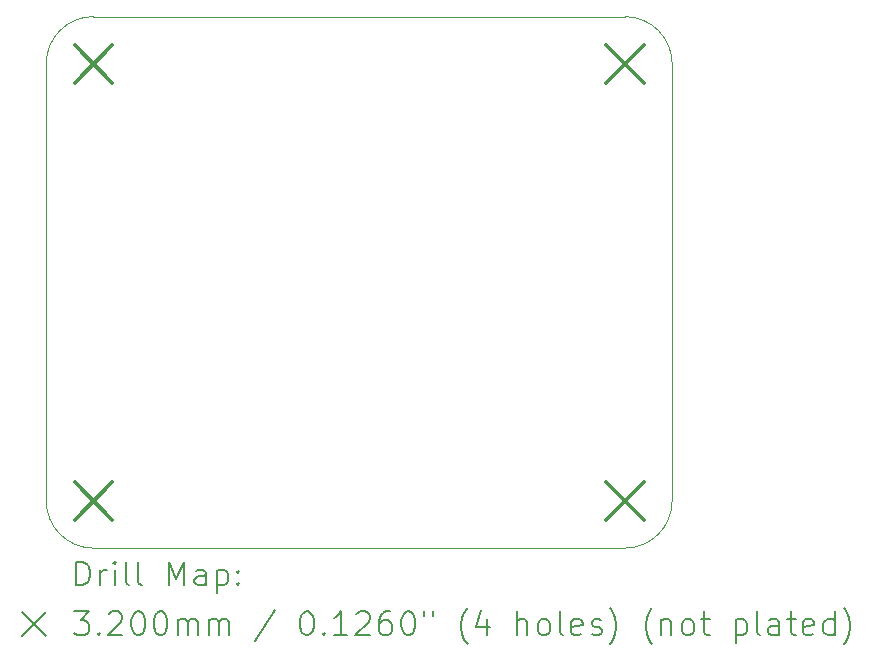
<source format=gbr>
%TF.GenerationSoftware,KiCad,Pcbnew,7.0.8*%
%TF.CreationDate,2023-12-02T16:40:04-07:00*%
%TF.ProjectId,IMUBox,494d5542-6f78-42e6-9b69-6361645f7063,v2*%
%TF.SameCoordinates,Original*%
%TF.FileFunction,Drillmap*%
%TF.FilePolarity,Positive*%
%FSLAX45Y45*%
G04 Gerber Fmt 4.5, Leading zero omitted, Abs format (unit mm)*
G04 Created by KiCad (PCBNEW 7.0.8) date 2023-12-02 16:40:04*
%MOMM*%
%LPD*%
G01*
G04 APERTURE LIST*
%ADD10C,0.100000*%
%ADD11C,0.200000*%
%ADD12C,0.320000*%
G04 APERTURE END LIST*
D10*
X11400000Y-7900000D02*
X15900000Y-7900000D01*
X15900000Y-7900000D02*
G75*
G03*
X16300000Y-7500000I0J400000D01*
G01*
X16300000Y-7500000D02*
X16300000Y-3800000D01*
X11000000Y-7500000D02*
G75*
G03*
X11400000Y-7900000I400000J0D01*
G01*
X11400000Y-3400000D02*
G75*
G03*
X11000000Y-3800000I0J-400000D01*
G01*
X11000000Y-3800000D02*
X11000000Y-7500000D01*
X16300000Y-3800000D02*
G75*
G03*
X15900000Y-3400000I-400000J0D01*
G01*
X11400000Y-3400000D02*
X15900000Y-3400000D01*
D11*
D12*
X11240000Y-3640000D02*
X11560000Y-3960000D01*
X11560000Y-3640000D02*
X11240000Y-3960000D01*
X11240000Y-7340000D02*
X11560000Y-7660000D01*
X11560000Y-7340000D02*
X11240000Y-7660000D01*
X15740000Y-3640000D02*
X16060000Y-3960000D01*
X16060000Y-3640000D02*
X15740000Y-3960000D01*
X15740000Y-7340000D02*
X16060000Y-7660000D01*
X16060000Y-7340000D02*
X15740000Y-7660000D01*
D11*
X11255777Y-8216484D02*
X11255777Y-8016484D01*
X11255777Y-8016484D02*
X11303396Y-8016484D01*
X11303396Y-8016484D02*
X11331967Y-8026008D01*
X11331967Y-8026008D02*
X11351015Y-8045055D01*
X11351015Y-8045055D02*
X11360539Y-8064103D01*
X11360539Y-8064103D02*
X11370062Y-8102198D01*
X11370062Y-8102198D02*
X11370062Y-8130769D01*
X11370062Y-8130769D02*
X11360539Y-8168865D01*
X11360539Y-8168865D02*
X11351015Y-8187912D01*
X11351015Y-8187912D02*
X11331967Y-8206960D01*
X11331967Y-8206960D02*
X11303396Y-8216484D01*
X11303396Y-8216484D02*
X11255777Y-8216484D01*
X11455777Y-8216484D02*
X11455777Y-8083150D01*
X11455777Y-8121246D02*
X11465301Y-8102198D01*
X11465301Y-8102198D02*
X11474824Y-8092674D01*
X11474824Y-8092674D02*
X11493872Y-8083150D01*
X11493872Y-8083150D02*
X11512920Y-8083150D01*
X11579586Y-8216484D02*
X11579586Y-8083150D01*
X11579586Y-8016484D02*
X11570062Y-8026008D01*
X11570062Y-8026008D02*
X11579586Y-8035531D01*
X11579586Y-8035531D02*
X11589110Y-8026008D01*
X11589110Y-8026008D02*
X11579586Y-8016484D01*
X11579586Y-8016484D02*
X11579586Y-8035531D01*
X11703396Y-8216484D02*
X11684348Y-8206960D01*
X11684348Y-8206960D02*
X11674824Y-8187912D01*
X11674824Y-8187912D02*
X11674824Y-8016484D01*
X11808158Y-8216484D02*
X11789110Y-8206960D01*
X11789110Y-8206960D02*
X11779586Y-8187912D01*
X11779586Y-8187912D02*
X11779586Y-8016484D01*
X12036729Y-8216484D02*
X12036729Y-8016484D01*
X12036729Y-8016484D02*
X12103396Y-8159341D01*
X12103396Y-8159341D02*
X12170062Y-8016484D01*
X12170062Y-8016484D02*
X12170062Y-8216484D01*
X12351015Y-8216484D02*
X12351015Y-8111722D01*
X12351015Y-8111722D02*
X12341491Y-8092674D01*
X12341491Y-8092674D02*
X12322443Y-8083150D01*
X12322443Y-8083150D02*
X12284348Y-8083150D01*
X12284348Y-8083150D02*
X12265301Y-8092674D01*
X12351015Y-8206960D02*
X12331967Y-8216484D01*
X12331967Y-8216484D02*
X12284348Y-8216484D01*
X12284348Y-8216484D02*
X12265301Y-8206960D01*
X12265301Y-8206960D02*
X12255777Y-8187912D01*
X12255777Y-8187912D02*
X12255777Y-8168865D01*
X12255777Y-8168865D02*
X12265301Y-8149817D01*
X12265301Y-8149817D02*
X12284348Y-8140293D01*
X12284348Y-8140293D02*
X12331967Y-8140293D01*
X12331967Y-8140293D02*
X12351015Y-8130769D01*
X12446253Y-8083150D02*
X12446253Y-8283150D01*
X12446253Y-8092674D02*
X12465301Y-8083150D01*
X12465301Y-8083150D02*
X12503396Y-8083150D01*
X12503396Y-8083150D02*
X12522443Y-8092674D01*
X12522443Y-8092674D02*
X12531967Y-8102198D01*
X12531967Y-8102198D02*
X12541491Y-8121246D01*
X12541491Y-8121246D02*
X12541491Y-8178388D01*
X12541491Y-8178388D02*
X12531967Y-8197436D01*
X12531967Y-8197436D02*
X12522443Y-8206960D01*
X12522443Y-8206960D02*
X12503396Y-8216484D01*
X12503396Y-8216484D02*
X12465301Y-8216484D01*
X12465301Y-8216484D02*
X12446253Y-8206960D01*
X12627205Y-8197436D02*
X12636729Y-8206960D01*
X12636729Y-8206960D02*
X12627205Y-8216484D01*
X12627205Y-8216484D02*
X12617682Y-8206960D01*
X12617682Y-8206960D02*
X12627205Y-8197436D01*
X12627205Y-8197436D02*
X12627205Y-8216484D01*
X12627205Y-8092674D02*
X12636729Y-8102198D01*
X12636729Y-8102198D02*
X12627205Y-8111722D01*
X12627205Y-8111722D02*
X12617682Y-8102198D01*
X12617682Y-8102198D02*
X12627205Y-8092674D01*
X12627205Y-8092674D02*
X12627205Y-8111722D01*
X10795000Y-8445000D02*
X10995000Y-8645000D01*
X10995000Y-8445000D02*
X10795000Y-8645000D01*
X11236729Y-8436484D02*
X11360539Y-8436484D01*
X11360539Y-8436484D02*
X11293872Y-8512674D01*
X11293872Y-8512674D02*
X11322443Y-8512674D01*
X11322443Y-8512674D02*
X11341491Y-8522198D01*
X11341491Y-8522198D02*
X11351015Y-8531722D01*
X11351015Y-8531722D02*
X11360539Y-8550770D01*
X11360539Y-8550770D02*
X11360539Y-8598389D01*
X11360539Y-8598389D02*
X11351015Y-8617436D01*
X11351015Y-8617436D02*
X11341491Y-8626960D01*
X11341491Y-8626960D02*
X11322443Y-8636484D01*
X11322443Y-8636484D02*
X11265301Y-8636484D01*
X11265301Y-8636484D02*
X11246253Y-8626960D01*
X11246253Y-8626960D02*
X11236729Y-8617436D01*
X11446253Y-8617436D02*
X11455777Y-8626960D01*
X11455777Y-8626960D02*
X11446253Y-8636484D01*
X11446253Y-8636484D02*
X11436729Y-8626960D01*
X11436729Y-8626960D02*
X11446253Y-8617436D01*
X11446253Y-8617436D02*
X11446253Y-8636484D01*
X11531967Y-8455531D02*
X11541491Y-8446008D01*
X11541491Y-8446008D02*
X11560539Y-8436484D01*
X11560539Y-8436484D02*
X11608158Y-8436484D01*
X11608158Y-8436484D02*
X11627205Y-8446008D01*
X11627205Y-8446008D02*
X11636729Y-8455531D01*
X11636729Y-8455531D02*
X11646253Y-8474579D01*
X11646253Y-8474579D02*
X11646253Y-8493627D01*
X11646253Y-8493627D02*
X11636729Y-8522198D01*
X11636729Y-8522198D02*
X11522443Y-8636484D01*
X11522443Y-8636484D02*
X11646253Y-8636484D01*
X11770062Y-8436484D02*
X11789110Y-8436484D01*
X11789110Y-8436484D02*
X11808158Y-8446008D01*
X11808158Y-8446008D02*
X11817682Y-8455531D01*
X11817682Y-8455531D02*
X11827205Y-8474579D01*
X11827205Y-8474579D02*
X11836729Y-8512674D01*
X11836729Y-8512674D02*
X11836729Y-8560293D01*
X11836729Y-8560293D02*
X11827205Y-8598389D01*
X11827205Y-8598389D02*
X11817682Y-8617436D01*
X11817682Y-8617436D02*
X11808158Y-8626960D01*
X11808158Y-8626960D02*
X11789110Y-8636484D01*
X11789110Y-8636484D02*
X11770062Y-8636484D01*
X11770062Y-8636484D02*
X11751015Y-8626960D01*
X11751015Y-8626960D02*
X11741491Y-8617436D01*
X11741491Y-8617436D02*
X11731967Y-8598389D01*
X11731967Y-8598389D02*
X11722443Y-8560293D01*
X11722443Y-8560293D02*
X11722443Y-8512674D01*
X11722443Y-8512674D02*
X11731967Y-8474579D01*
X11731967Y-8474579D02*
X11741491Y-8455531D01*
X11741491Y-8455531D02*
X11751015Y-8446008D01*
X11751015Y-8446008D02*
X11770062Y-8436484D01*
X11960539Y-8436484D02*
X11979586Y-8436484D01*
X11979586Y-8436484D02*
X11998634Y-8446008D01*
X11998634Y-8446008D02*
X12008158Y-8455531D01*
X12008158Y-8455531D02*
X12017682Y-8474579D01*
X12017682Y-8474579D02*
X12027205Y-8512674D01*
X12027205Y-8512674D02*
X12027205Y-8560293D01*
X12027205Y-8560293D02*
X12017682Y-8598389D01*
X12017682Y-8598389D02*
X12008158Y-8617436D01*
X12008158Y-8617436D02*
X11998634Y-8626960D01*
X11998634Y-8626960D02*
X11979586Y-8636484D01*
X11979586Y-8636484D02*
X11960539Y-8636484D01*
X11960539Y-8636484D02*
X11941491Y-8626960D01*
X11941491Y-8626960D02*
X11931967Y-8617436D01*
X11931967Y-8617436D02*
X11922443Y-8598389D01*
X11922443Y-8598389D02*
X11912920Y-8560293D01*
X11912920Y-8560293D02*
X11912920Y-8512674D01*
X11912920Y-8512674D02*
X11922443Y-8474579D01*
X11922443Y-8474579D02*
X11931967Y-8455531D01*
X11931967Y-8455531D02*
X11941491Y-8446008D01*
X11941491Y-8446008D02*
X11960539Y-8436484D01*
X12112920Y-8636484D02*
X12112920Y-8503150D01*
X12112920Y-8522198D02*
X12122443Y-8512674D01*
X12122443Y-8512674D02*
X12141491Y-8503150D01*
X12141491Y-8503150D02*
X12170063Y-8503150D01*
X12170063Y-8503150D02*
X12189110Y-8512674D01*
X12189110Y-8512674D02*
X12198634Y-8531722D01*
X12198634Y-8531722D02*
X12198634Y-8636484D01*
X12198634Y-8531722D02*
X12208158Y-8512674D01*
X12208158Y-8512674D02*
X12227205Y-8503150D01*
X12227205Y-8503150D02*
X12255777Y-8503150D01*
X12255777Y-8503150D02*
X12274824Y-8512674D01*
X12274824Y-8512674D02*
X12284348Y-8531722D01*
X12284348Y-8531722D02*
X12284348Y-8636484D01*
X12379586Y-8636484D02*
X12379586Y-8503150D01*
X12379586Y-8522198D02*
X12389110Y-8512674D01*
X12389110Y-8512674D02*
X12408158Y-8503150D01*
X12408158Y-8503150D02*
X12436729Y-8503150D01*
X12436729Y-8503150D02*
X12455777Y-8512674D01*
X12455777Y-8512674D02*
X12465301Y-8531722D01*
X12465301Y-8531722D02*
X12465301Y-8636484D01*
X12465301Y-8531722D02*
X12474824Y-8512674D01*
X12474824Y-8512674D02*
X12493872Y-8503150D01*
X12493872Y-8503150D02*
X12522443Y-8503150D01*
X12522443Y-8503150D02*
X12541491Y-8512674D01*
X12541491Y-8512674D02*
X12551015Y-8531722D01*
X12551015Y-8531722D02*
X12551015Y-8636484D01*
X12941491Y-8426960D02*
X12770063Y-8684103D01*
X13198634Y-8436484D02*
X13217682Y-8436484D01*
X13217682Y-8436484D02*
X13236729Y-8446008D01*
X13236729Y-8446008D02*
X13246253Y-8455531D01*
X13246253Y-8455531D02*
X13255777Y-8474579D01*
X13255777Y-8474579D02*
X13265301Y-8512674D01*
X13265301Y-8512674D02*
X13265301Y-8560293D01*
X13265301Y-8560293D02*
X13255777Y-8598389D01*
X13255777Y-8598389D02*
X13246253Y-8617436D01*
X13246253Y-8617436D02*
X13236729Y-8626960D01*
X13236729Y-8626960D02*
X13217682Y-8636484D01*
X13217682Y-8636484D02*
X13198634Y-8636484D01*
X13198634Y-8636484D02*
X13179586Y-8626960D01*
X13179586Y-8626960D02*
X13170063Y-8617436D01*
X13170063Y-8617436D02*
X13160539Y-8598389D01*
X13160539Y-8598389D02*
X13151015Y-8560293D01*
X13151015Y-8560293D02*
X13151015Y-8512674D01*
X13151015Y-8512674D02*
X13160539Y-8474579D01*
X13160539Y-8474579D02*
X13170063Y-8455531D01*
X13170063Y-8455531D02*
X13179586Y-8446008D01*
X13179586Y-8446008D02*
X13198634Y-8436484D01*
X13351015Y-8617436D02*
X13360539Y-8626960D01*
X13360539Y-8626960D02*
X13351015Y-8636484D01*
X13351015Y-8636484D02*
X13341491Y-8626960D01*
X13341491Y-8626960D02*
X13351015Y-8617436D01*
X13351015Y-8617436D02*
X13351015Y-8636484D01*
X13551015Y-8636484D02*
X13436729Y-8636484D01*
X13493872Y-8636484D02*
X13493872Y-8436484D01*
X13493872Y-8436484D02*
X13474825Y-8465055D01*
X13474825Y-8465055D02*
X13455777Y-8484103D01*
X13455777Y-8484103D02*
X13436729Y-8493627D01*
X13627206Y-8455531D02*
X13636729Y-8446008D01*
X13636729Y-8446008D02*
X13655777Y-8436484D01*
X13655777Y-8436484D02*
X13703396Y-8436484D01*
X13703396Y-8436484D02*
X13722444Y-8446008D01*
X13722444Y-8446008D02*
X13731967Y-8455531D01*
X13731967Y-8455531D02*
X13741491Y-8474579D01*
X13741491Y-8474579D02*
X13741491Y-8493627D01*
X13741491Y-8493627D02*
X13731967Y-8522198D01*
X13731967Y-8522198D02*
X13617682Y-8636484D01*
X13617682Y-8636484D02*
X13741491Y-8636484D01*
X13912920Y-8436484D02*
X13874825Y-8436484D01*
X13874825Y-8436484D02*
X13855777Y-8446008D01*
X13855777Y-8446008D02*
X13846253Y-8455531D01*
X13846253Y-8455531D02*
X13827206Y-8484103D01*
X13827206Y-8484103D02*
X13817682Y-8522198D01*
X13817682Y-8522198D02*
X13817682Y-8598389D01*
X13817682Y-8598389D02*
X13827206Y-8617436D01*
X13827206Y-8617436D02*
X13836729Y-8626960D01*
X13836729Y-8626960D02*
X13855777Y-8636484D01*
X13855777Y-8636484D02*
X13893872Y-8636484D01*
X13893872Y-8636484D02*
X13912920Y-8626960D01*
X13912920Y-8626960D02*
X13922444Y-8617436D01*
X13922444Y-8617436D02*
X13931967Y-8598389D01*
X13931967Y-8598389D02*
X13931967Y-8550770D01*
X13931967Y-8550770D02*
X13922444Y-8531722D01*
X13922444Y-8531722D02*
X13912920Y-8522198D01*
X13912920Y-8522198D02*
X13893872Y-8512674D01*
X13893872Y-8512674D02*
X13855777Y-8512674D01*
X13855777Y-8512674D02*
X13836729Y-8522198D01*
X13836729Y-8522198D02*
X13827206Y-8531722D01*
X13827206Y-8531722D02*
X13817682Y-8550770D01*
X14055777Y-8436484D02*
X14074825Y-8436484D01*
X14074825Y-8436484D02*
X14093872Y-8446008D01*
X14093872Y-8446008D02*
X14103396Y-8455531D01*
X14103396Y-8455531D02*
X14112920Y-8474579D01*
X14112920Y-8474579D02*
X14122444Y-8512674D01*
X14122444Y-8512674D02*
X14122444Y-8560293D01*
X14122444Y-8560293D02*
X14112920Y-8598389D01*
X14112920Y-8598389D02*
X14103396Y-8617436D01*
X14103396Y-8617436D02*
X14093872Y-8626960D01*
X14093872Y-8626960D02*
X14074825Y-8636484D01*
X14074825Y-8636484D02*
X14055777Y-8636484D01*
X14055777Y-8636484D02*
X14036729Y-8626960D01*
X14036729Y-8626960D02*
X14027206Y-8617436D01*
X14027206Y-8617436D02*
X14017682Y-8598389D01*
X14017682Y-8598389D02*
X14008158Y-8560293D01*
X14008158Y-8560293D02*
X14008158Y-8512674D01*
X14008158Y-8512674D02*
X14017682Y-8474579D01*
X14017682Y-8474579D02*
X14027206Y-8455531D01*
X14027206Y-8455531D02*
X14036729Y-8446008D01*
X14036729Y-8446008D02*
X14055777Y-8436484D01*
X14198634Y-8436484D02*
X14198634Y-8474579D01*
X14274825Y-8436484D02*
X14274825Y-8474579D01*
X14570063Y-8712674D02*
X14560539Y-8703150D01*
X14560539Y-8703150D02*
X14541491Y-8674579D01*
X14541491Y-8674579D02*
X14531968Y-8655531D01*
X14531968Y-8655531D02*
X14522444Y-8626960D01*
X14522444Y-8626960D02*
X14512920Y-8579341D01*
X14512920Y-8579341D02*
X14512920Y-8541246D01*
X14512920Y-8541246D02*
X14522444Y-8493627D01*
X14522444Y-8493627D02*
X14531968Y-8465055D01*
X14531968Y-8465055D02*
X14541491Y-8446008D01*
X14541491Y-8446008D02*
X14560539Y-8417436D01*
X14560539Y-8417436D02*
X14570063Y-8407912D01*
X14731968Y-8503150D02*
X14731968Y-8636484D01*
X14684348Y-8426960D02*
X14636729Y-8569817D01*
X14636729Y-8569817D02*
X14760539Y-8569817D01*
X14989110Y-8636484D02*
X14989110Y-8436484D01*
X15074825Y-8636484D02*
X15074825Y-8531722D01*
X15074825Y-8531722D02*
X15065301Y-8512674D01*
X15065301Y-8512674D02*
X15046253Y-8503150D01*
X15046253Y-8503150D02*
X15017682Y-8503150D01*
X15017682Y-8503150D02*
X14998634Y-8512674D01*
X14998634Y-8512674D02*
X14989110Y-8522198D01*
X15198634Y-8636484D02*
X15179587Y-8626960D01*
X15179587Y-8626960D02*
X15170063Y-8617436D01*
X15170063Y-8617436D02*
X15160539Y-8598389D01*
X15160539Y-8598389D02*
X15160539Y-8541246D01*
X15160539Y-8541246D02*
X15170063Y-8522198D01*
X15170063Y-8522198D02*
X15179587Y-8512674D01*
X15179587Y-8512674D02*
X15198634Y-8503150D01*
X15198634Y-8503150D02*
X15227206Y-8503150D01*
X15227206Y-8503150D02*
X15246253Y-8512674D01*
X15246253Y-8512674D02*
X15255777Y-8522198D01*
X15255777Y-8522198D02*
X15265301Y-8541246D01*
X15265301Y-8541246D02*
X15265301Y-8598389D01*
X15265301Y-8598389D02*
X15255777Y-8617436D01*
X15255777Y-8617436D02*
X15246253Y-8626960D01*
X15246253Y-8626960D02*
X15227206Y-8636484D01*
X15227206Y-8636484D02*
X15198634Y-8636484D01*
X15379587Y-8636484D02*
X15360539Y-8626960D01*
X15360539Y-8626960D02*
X15351015Y-8607912D01*
X15351015Y-8607912D02*
X15351015Y-8436484D01*
X15531968Y-8626960D02*
X15512920Y-8636484D01*
X15512920Y-8636484D02*
X15474825Y-8636484D01*
X15474825Y-8636484D02*
X15455777Y-8626960D01*
X15455777Y-8626960D02*
X15446253Y-8607912D01*
X15446253Y-8607912D02*
X15446253Y-8531722D01*
X15446253Y-8531722D02*
X15455777Y-8512674D01*
X15455777Y-8512674D02*
X15474825Y-8503150D01*
X15474825Y-8503150D02*
X15512920Y-8503150D01*
X15512920Y-8503150D02*
X15531968Y-8512674D01*
X15531968Y-8512674D02*
X15541491Y-8531722D01*
X15541491Y-8531722D02*
X15541491Y-8550770D01*
X15541491Y-8550770D02*
X15446253Y-8569817D01*
X15617682Y-8626960D02*
X15636730Y-8636484D01*
X15636730Y-8636484D02*
X15674825Y-8636484D01*
X15674825Y-8636484D02*
X15693872Y-8626960D01*
X15693872Y-8626960D02*
X15703396Y-8607912D01*
X15703396Y-8607912D02*
X15703396Y-8598389D01*
X15703396Y-8598389D02*
X15693872Y-8579341D01*
X15693872Y-8579341D02*
X15674825Y-8569817D01*
X15674825Y-8569817D02*
X15646253Y-8569817D01*
X15646253Y-8569817D02*
X15627206Y-8560293D01*
X15627206Y-8560293D02*
X15617682Y-8541246D01*
X15617682Y-8541246D02*
X15617682Y-8531722D01*
X15617682Y-8531722D02*
X15627206Y-8512674D01*
X15627206Y-8512674D02*
X15646253Y-8503150D01*
X15646253Y-8503150D02*
X15674825Y-8503150D01*
X15674825Y-8503150D02*
X15693872Y-8512674D01*
X15770063Y-8712674D02*
X15779587Y-8703150D01*
X15779587Y-8703150D02*
X15798634Y-8674579D01*
X15798634Y-8674579D02*
X15808158Y-8655531D01*
X15808158Y-8655531D02*
X15817682Y-8626960D01*
X15817682Y-8626960D02*
X15827206Y-8579341D01*
X15827206Y-8579341D02*
X15827206Y-8541246D01*
X15827206Y-8541246D02*
X15817682Y-8493627D01*
X15817682Y-8493627D02*
X15808158Y-8465055D01*
X15808158Y-8465055D02*
X15798634Y-8446008D01*
X15798634Y-8446008D02*
X15779587Y-8417436D01*
X15779587Y-8417436D02*
X15770063Y-8407912D01*
X16131968Y-8712674D02*
X16122444Y-8703150D01*
X16122444Y-8703150D02*
X16103396Y-8674579D01*
X16103396Y-8674579D02*
X16093872Y-8655531D01*
X16093872Y-8655531D02*
X16084349Y-8626960D01*
X16084349Y-8626960D02*
X16074825Y-8579341D01*
X16074825Y-8579341D02*
X16074825Y-8541246D01*
X16074825Y-8541246D02*
X16084349Y-8493627D01*
X16084349Y-8493627D02*
X16093872Y-8465055D01*
X16093872Y-8465055D02*
X16103396Y-8446008D01*
X16103396Y-8446008D02*
X16122444Y-8417436D01*
X16122444Y-8417436D02*
X16131968Y-8407912D01*
X16208158Y-8503150D02*
X16208158Y-8636484D01*
X16208158Y-8522198D02*
X16217682Y-8512674D01*
X16217682Y-8512674D02*
X16236730Y-8503150D01*
X16236730Y-8503150D02*
X16265301Y-8503150D01*
X16265301Y-8503150D02*
X16284349Y-8512674D01*
X16284349Y-8512674D02*
X16293872Y-8531722D01*
X16293872Y-8531722D02*
X16293872Y-8636484D01*
X16417682Y-8636484D02*
X16398634Y-8626960D01*
X16398634Y-8626960D02*
X16389111Y-8617436D01*
X16389111Y-8617436D02*
X16379587Y-8598389D01*
X16379587Y-8598389D02*
X16379587Y-8541246D01*
X16379587Y-8541246D02*
X16389111Y-8522198D01*
X16389111Y-8522198D02*
X16398634Y-8512674D01*
X16398634Y-8512674D02*
X16417682Y-8503150D01*
X16417682Y-8503150D02*
X16446253Y-8503150D01*
X16446253Y-8503150D02*
X16465301Y-8512674D01*
X16465301Y-8512674D02*
X16474825Y-8522198D01*
X16474825Y-8522198D02*
X16484349Y-8541246D01*
X16484349Y-8541246D02*
X16484349Y-8598389D01*
X16484349Y-8598389D02*
X16474825Y-8617436D01*
X16474825Y-8617436D02*
X16465301Y-8626960D01*
X16465301Y-8626960D02*
X16446253Y-8636484D01*
X16446253Y-8636484D02*
X16417682Y-8636484D01*
X16541492Y-8503150D02*
X16617682Y-8503150D01*
X16570063Y-8436484D02*
X16570063Y-8607912D01*
X16570063Y-8607912D02*
X16579587Y-8626960D01*
X16579587Y-8626960D02*
X16598634Y-8636484D01*
X16598634Y-8636484D02*
X16617682Y-8636484D01*
X16836730Y-8503150D02*
X16836730Y-8703150D01*
X16836730Y-8512674D02*
X16855777Y-8503150D01*
X16855777Y-8503150D02*
X16893873Y-8503150D01*
X16893873Y-8503150D02*
X16912920Y-8512674D01*
X16912920Y-8512674D02*
X16922444Y-8522198D01*
X16922444Y-8522198D02*
X16931968Y-8541246D01*
X16931968Y-8541246D02*
X16931968Y-8598389D01*
X16931968Y-8598389D02*
X16922444Y-8617436D01*
X16922444Y-8617436D02*
X16912920Y-8626960D01*
X16912920Y-8626960D02*
X16893873Y-8636484D01*
X16893873Y-8636484D02*
X16855777Y-8636484D01*
X16855777Y-8636484D02*
X16836730Y-8626960D01*
X17046254Y-8636484D02*
X17027206Y-8626960D01*
X17027206Y-8626960D02*
X17017682Y-8607912D01*
X17017682Y-8607912D02*
X17017682Y-8436484D01*
X17208158Y-8636484D02*
X17208158Y-8531722D01*
X17208158Y-8531722D02*
X17198635Y-8512674D01*
X17198635Y-8512674D02*
X17179587Y-8503150D01*
X17179587Y-8503150D02*
X17141492Y-8503150D01*
X17141492Y-8503150D02*
X17122444Y-8512674D01*
X17208158Y-8626960D02*
X17189111Y-8636484D01*
X17189111Y-8636484D02*
X17141492Y-8636484D01*
X17141492Y-8636484D02*
X17122444Y-8626960D01*
X17122444Y-8626960D02*
X17112920Y-8607912D01*
X17112920Y-8607912D02*
X17112920Y-8588865D01*
X17112920Y-8588865D02*
X17122444Y-8569817D01*
X17122444Y-8569817D02*
X17141492Y-8560293D01*
X17141492Y-8560293D02*
X17189111Y-8560293D01*
X17189111Y-8560293D02*
X17208158Y-8550770D01*
X17274825Y-8503150D02*
X17351015Y-8503150D01*
X17303396Y-8436484D02*
X17303396Y-8607912D01*
X17303396Y-8607912D02*
X17312920Y-8626960D01*
X17312920Y-8626960D02*
X17331968Y-8636484D01*
X17331968Y-8636484D02*
X17351015Y-8636484D01*
X17493873Y-8626960D02*
X17474825Y-8636484D01*
X17474825Y-8636484D02*
X17436730Y-8636484D01*
X17436730Y-8636484D02*
X17417682Y-8626960D01*
X17417682Y-8626960D02*
X17408158Y-8607912D01*
X17408158Y-8607912D02*
X17408158Y-8531722D01*
X17408158Y-8531722D02*
X17417682Y-8512674D01*
X17417682Y-8512674D02*
X17436730Y-8503150D01*
X17436730Y-8503150D02*
X17474825Y-8503150D01*
X17474825Y-8503150D02*
X17493873Y-8512674D01*
X17493873Y-8512674D02*
X17503396Y-8531722D01*
X17503396Y-8531722D02*
X17503396Y-8550770D01*
X17503396Y-8550770D02*
X17408158Y-8569817D01*
X17674825Y-8636484D02*
X17674825Y-8436484D01*
X17674825Y-8626960D02*
X17655777Y-8636484D01*
X17655777Y-8636484D02*
X17617682Y-8636484D01*
X17617682Y-8636484D02*
X17598635Y-8626960D01*
X17598635Y-8626960D02*
X17589111Y-8617436D01*
X17589111Y-8617436D02*
X17579587Y-8598389D01*
X17579587Y-8598389D02*
X17579587Y-8541246D01*
X17579587Y-8541246D02*
X17589111Y-8522198D01*
X17589111Y-8522198D02*
X17598635Y-8512674D01*
X17598635Y-8512674D02*
X17617682Y-8503150D01*
X17617682Y-8503150D02*
X17655777Y-8503150D01*
X17655777Y-8503150D02*
X17674825Y-8512674D01*
X17751016Y-8712674D02*
X17760539Y-8703150D01*
X17760539Y-8703150D02*
X17779587Y-8674579D01*
X17779587Y-8674579D02*
X17789111Y-8655531D01*
X17789111Y-8655531D02*
X17798635Y-8626960D01*
X17798635Y-8626960D02*
X17808158Y-8579341D01*
X17808158Y-8579341D02*
X17808158Y-8541246D01*
X17808158Y-8541246D02*
X17798635Y-8493627D01*
X17798635Y-8493627D02*
X17789111Y-8465055D01*
X17789111Y-8465055D02*
X17779587Y-8446008D01*
X17779587Y-8446008D02*
X17760539Y-8417436D01*
X17760539Y-8417436D02*
X17751016Y-8407912D01*
M02*

</source>
